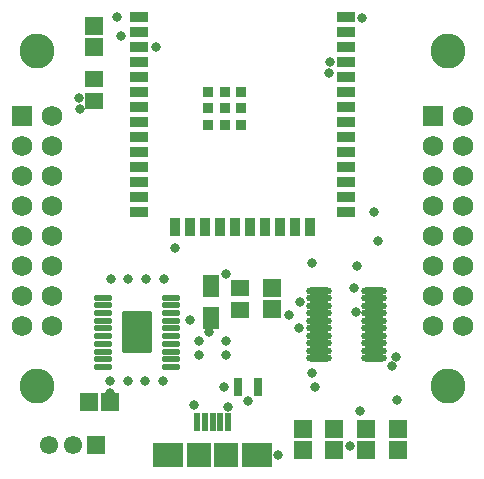
<source format=gts>
G04*
G04 #@! TF.GenerationSoftware,Altium Limited,Altium Designer,22.3.1 (43)*
G04*
G04 Layer_Color=8388736*
%FSLAX25Y25*%
%MOIN*%
G70*
G04*
G04 #@! TF.SameCoordinates,2B40A856-6C47-4DC4-A76D-FC4A54A6A395*
G04*
G04*
G04 #@! TF.FilePolarity,Negative*
G04*
G01*
G75*
%ADD15R,0.05906X0.03543*%
%ADD16R,0.03543X0.05906*%
%ADD17R,0.03543X0.03543*%
%ADD20R,0.06127X0.05924*%
%ADD21R,0.05938X0.05534*%
%ADD28R,0.05924X0.06127*%
%ADD29R,0.05721X0.07493*%
%ADD30O,0.08477X0.02375*%
%ADD31R,0.02737X0.01981*%
%ADD32R,0.09855X0.08280*%
%ADD33R,0.07887X0.08280*%
%ADD34R,0.02375X0.06312*%
G04:AMPARAMS|DCode=35|XSize=21.78mil|YSize=57.21mil|CornerRadius=6mil|HoleSize=0mil|Usage=FLASHONLY|Rotation=90.000|XOffset=0mil|YOffset=0mil|HoleType=Round|Shape=RoundedRectangle|*
%AMROUNDEDRECTD35*
21,1,0.02178,0.04522,0,0,90.0*
21,1,0.00978,0.05721,0,0,90.0*
1,1,0.01200,0.02261,0.00489*
1,1,0.01200,0.02261,-0.00489*
1,1,0.01200,-0.02261,-0.00489*
1,1,0.01200,-0.02261,0.00489*
%
%ADD35ROUNDEDRECTD35*%
G04:AMPARAMS|DCode=36|XSize=102.49mil|YSize=141.07mil|CornerRadius=5.89mil|HoleSize=0mil|Usage=FLASHONLY|Rotation=0.000|XOffset=0mil|YOffset=0mil|HoleType=Round|Shape=RoundedRectangle|*
%AMROUNDEDRECTD36*
21,1,0.10249,0.12929,0,0,0.0*
21,1,0.09071,0.14107,0,0,0.0*
1,1,0.01178,0.04535,-0.06465*
1,1,0.01178,-0.04535,-0.06465*
1,1,0.01178,-0.04535,0.06465*
1,1,0.01178,0.04535,0.06465*
%
%ADD36ROUNDEDRECTD36*%
%ADD37R,0.06824X0.06824*%
%ADD38C,0.06824*%
%ADD39C,0.06115*%
%ADD40R,0.06115X0.06115*%
%ADD41C,0.11627*%
%ADD42C,0.03162*%
%ADD43C,0.02769*%
D15*
X46260Y142756D02*
D03*
Y137756D02*
D03*
Y132756D02*
D03*
Y127756D02*
D03*
Y122756D02*
D03*
Y117756D02*
D03*
Y112756D02*
D03*
Y107756D02*
D03*
Y102756D02*
D03*
Y97756D02*
D03*
Y92756D02*
D03*
Y87756D02*
D03*
Y82756D02*
D03*
Y77756D02*
D03*
X115157D02*
D03*
Y82756D02*
D03*
Y87756D02*
D03*
Y92756D02*
D03*
Y97756D02*
D03*
Y102756D02*
D03*
Y107756D02*
D03*
Y112756D02*
D03*
Y117756D02*
D03*
Y122756D02*
D03*
Y127756D02*
D03*
Y132756D02*
D03*
Y137756D02*
D03*
Y142756D02*
D03*
D16*
X58209Y72835D02*
D03*
X63209D02*
D03*
X68209D02*
D03*
X73209D02*
D03*
X78209D02*
D03*
X83209D02*
D03*
X88209D02*
D03*
X93209D02*
D03*
X98209D02*
D03*
X103209D02*
D03*
D17*
X69291Y117874D02*
D03*
X74803D02*
D03*
X80315D02*
D03*
X69291Y112362D02*
D03*
X74803D02*
D03*
X80315D02*
D03*
X69291Y106850D02*
D03*
X74803D02*
D03*
X80315D02*
D03*
D20*
X100787Y-1578D02*
D03*
Y5515D02*
D03*
X111417Y-1578D02*
D03*
Y5515D02*
D03*
X90551Y52365D02*
D03*
Y45272D02*
D03*
X31299Y139767D02*
D03*
Y132674D02*
D03*
X132677Y5515D02*
D03*
Y-1578D02*
D03*
X122047Y5515D02*
D03*
Y-1578D02*
D03*
D21*
X79921Y45172D02*
D03*
Y52465D02*
D03*
X31299Y114857D02*
D03*
Y122151D02*
D03*
D28*
X29524Y14370D02*
D03*
X36617D02*
D03*
D29*
X70276Y42323D02*
D03*
Y52953D02*
D03*
D30*
X124508Y28907D02*
D03*
Y31407D02*
D03*
Y33907D02*
D03*
Y36408D02*
D03*
Y38908D02*
D03*
Y41407D02*
D03*
Y43907D02*
D03*
Y46407D02*
D03*
Y48908D02*
D03*
Y51407D02*
D03*
X106201Y28907D02*
D03*
Y31407D02*
D03*
Y33907D02*
D03*
Y36408D02*
D03*
Y38908D02*
D03*
Y41407D02*
D03*
Y43907D02*
D03*
Y46407D02*
D03*
Y48908D02*
D03*
Y51407D02*
D03*
D31*
X85961Y17323D02*
D03*
Y19291D02*
D03*
Y21260D02*
D03*
X79394D02*
D03*
Y19291D02*
D03*
Y17323D02*
D03*
D32*
X85630Y-3347D02*
D03*
X56102D02*
D03*
D33*
X75394D02*
D03*
X66339D02*
D03*
D34*
X75984Y7874D02*
D03*
X73425D02*
D03*
X70866D02*
D03*
X68307D02*
D03*
X65748D02*
D03*
D35*
X34154Y49114D02*
D03*
Y46555D02*
D03*
Y43996D02*
D03*
Y41437D02*
D03*
Y38878D02*
D03*
Y36319D02*
D03*
Y33760D02*
D03*
Y31201D02*
D03*
Y28642D02*
D03*
Y26083D02*
D03*
X56791Y49114D02*
D03*
Y46555D02*
D03*
Y43996D02*
D03*
Y41437D02*
D03*
Y38878D02*
D03*
Y36319D02*
D03*
Y33760D02*
D03*
Y31201D02*
D03*
Y28642D02*
D03*
Y26083D02*
D03*
D36*
X45472Y37598D02*
D03*
D37*
X144213Y109803D02*
D03*
X7205D02*
D03*
D38*
X154213D02*
D03*
X144213Y99803D02*
D03*
X154213D02*
D03*
X144213Y89803D02*
D03*
X154213D02*
D03*
X144213Y79803D02*
D03*
X154213D02*
D03*
X144213Y69803D02*
D03*
X154213D02*
D03*
X144213Y59803D02*
D03*
X154213D02*
D03*
X144213Y49803D02*
D03*
X154213D02*
D03*
X144213Y39803D02*
D03*
X154213D02*
D03*
X17205Y109803D02*
D03*
X7205Y99803D02*
D03*
X17205D02*
D03*
X7205Y89803D02*
D03*
X17205D02*
D03*
X7205Y79803D02*
D03*
X17205D02*
D03*
X7205Y69803D02*
D03*
X17205D02*
D03*
X7205Y59803D02*
D03*
X17205D02*
D03*
X7205Y49803D02*
D03*
X17205D02*
D03*
X7205Y39803D02*
D03*
X17205D02*
D03*
D39*
X16339Y0D02*
D03*
X24213D02*
D03*
D40*
X32087D02*
D03*
D41*
X12205Y131496D02*
D03*
Y19685D02*
D03*
X149213D02*
D03*
Y131496D02*
D03*
D42*
X118504Y44291D02*
D03*
X99508Y38976D02*
D03*
X75394Y57185D02*
D03*
X82776Y14567D02*
D03*
X109843Y127559D02*
D03*
X75984Y12598D02*
D03*
X116535Y-394D02*
D03*
X74653Y19304D02*
D03*
X125984Y67901D02*
D03*
X26772Y112205D02*
D03*
X26349Y115748D02*
D03*
X58268Y65748D02*
D03*
X63386Y41732D02*
D03*
X130709Y26378D02*
D03*
X131949Y29273D02*
D03*
X105080Y19253D02*
D03*
X103937Y24016D02*
D03*
X100000Y47638D02*
D03*
X96306Y43272D02*
D03*
X75197Y34646D02*
D03*
Y29921D02*
D03*
X132283Y14961D02*
D03*
X120079Y11417D02*
D03*
X64567Y13386D02*
D03*
X103937Y60630D02*
D03*
X118110Y52362D02*
D03*
X124606Y77756D02*
D03*
X36614Y17520D02*
D03*
Y21260D02*
D03*
X42520D02*
D03*
X48425Y21457D02*
D03*
X54331D02*
D03*
X54528Y55512D02*
D03*
X48622D02*
D03*
X42717Y55315D02*
D03*
X36811D02*
D03*
X69488Y37795D02*
D03*
X118898Y59842D02*
D03*
X92716Y-3347D02*
D03*
X66142Y29921D02*
D03*
Y34646D02*
D03*
X120669Y142520D02*
D03*
X40157Y136221D02*
D03*
X39035Y142756D02*
D03*
X109646Y123917D02*
D03*
X52008Y132717D02*
D03*
D43*
X43307Y41929D02*
D03*
X47638D02*
D03*
X43307Y37598D02*
D03*
X47638D02*
D03*
X43307Y33268D02*
D03*
X47638D02*
D03*
M02*

</source>
